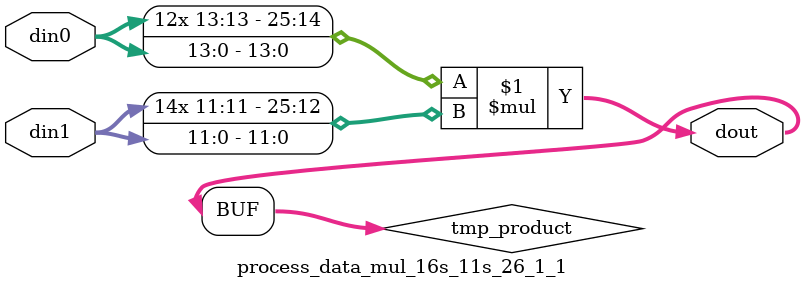
<source format=v>

`timescale 1 ns / 1 ps

  module process_data_mul_16s_11s_26_1_1(din0, din1, dout);
parameter ID = 1;
parameter NUM_STAGE = 0;
parameter din0_WIDTH = 14;
parameter din1_WIDTH = 12;
parameter dout_WIDTH = 26;

input [din0_WIDTH - 1 : 0] din0; 
input [din1_WIDTH - 1 : 0] din1; 
output [dout_WIDTH - 1 : 0] dout;

wire signed [dout_WIDTH - 1 : 0] tmp_product;













assign tmp_product = $signed(din0) * $signed(din1);








assign dout = tmp_product;







endmodule

</source>
